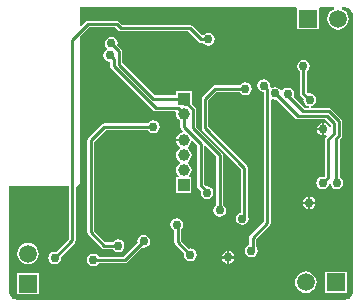
<source format=gbl>
G04*
G04 #@! TF.GenerationSoftware,Altium Limited,Altium Designer,18.0.9 (584)*
G04*
G04 Layer_Physical_Order=2*
G04 Layer_Color=16711680*
%FSLAX25Y25*%
%MOIN*%
G70*
G01*
G75*
%ADD12C,0.01000*%
%ADD50C,0.03937*%
%ADD51R,0.03937X0.03937*%
%ADD52C,0.05906*%
%ADD53R,0.05906X0.05906*%
%ADD54R,0.05906X0.05906*%
%ADD55C,0.03000*%
G36*
X213866Y198856D02*
X214407Y198633D01*
X214894Y198307D01*
X215307Y197894D01*
X215633Y197407D01*
X215857Y196867D01*
X215971Y196293D01*
Y196000D01*
Y104500D01*
Y104207D01*
X215857Y103633D01*
X215633Y103093D01*
X215307Y102606D01*
X214894Y102193D01*
X214407Y101867D01*
X213866Y101644D01*
X213293Y101529D01*
X103707D01*
X103133Y101644D01*
X102593Y101867D01*
X102106Y102193D01*
X101693Y102606D01*
X101367Y103093D01*
X101144Y103633D01*
X101029Y104207D01*
Y104500D01*
Y139270D01*
X121149D01*
Y121765D01*
X116853Y117469D01*
X116390Y117561D01*
X115571Y117398D01*
X114876Y116934D01*
X114412Y116239D01*
X114249Y115420D01*
X114412Y114601D01*
X114876Y113906D01*
X115571Y113442D01*
X116390Y113279D01*
X117209Y113442D01*
X117904Y113906D01*
X118368Y114601D01*
X118531Y115420D01*
X118439Y115883D01*
X123063Y120507D01*
X123063Y120507D01*
X123306Y120871D01*
X123392Y121300D01*
X123392Y121300D01*
Y138533D01*
X123620Y138960D01*
X123620Y138960D01*
X123620Y138960D01*
X124750Y140090D01*
Y189124D01*
X127895Y192269D01*
X136608D01*
X137619Y191257D01*
X137619Y191257D01*
X137983Y191014D01*
X138412Y190928D01*
X138412Y190928D01*
X160855D01*
X164297Y187487D01*
X164297Y187487D01*
X164661Y187244D01*
X165090Y187158D01*
X165090Y187158D01*
X165794D01*
X166056Y186766D01*
X166751Y186302D01*
X167570Y186139D01*
X168389Y186302D01*
X169084Y186766D01*
X169548Y187461D01*
X169711Y188280D01*
X169548Y189099D01*
X169084Y189794D01*
X168389Y190258D01*
X167570Y190421D01*
X166751Y190258D01*
X166056Y189794D01*
X165955Y189643D01*
X165361Y189595D01*
X162113Y192843D01*
X161749Y193086D01*
X161320Y193172D01*
X161320Y193172D01*
X138877D01*
X137865Y194183D01*
X137502Y194426D01*
X137072Y194512D01*
X137072Y194512D01*
X127430D01*
X127001Y194426D01*
X126637Y194183D01*
X126637Y194183D01*
X125212Y192758D01*
X124750Y192949D01*
Y198971D01*
X196868D01*
X197257Y198703D01*
X197257Y198471D01*
Y191597D01*
X204363D01*
Y198471D01*
X204363Y198703D01*
X204752Y198971D01*
X209443D01*
X209543Y198471D01*
X209018Y198253D01*
X208276Y197684D01*
X207707Y196942D01*
X207349Y196077D01*
X207227Y195150D01*
X207349Y194223D01*
X207707Y193358D01*
X208276Y192616D01*
X209018Y192047D01*
X209882Y191689D01*
X210810Y191567D01*
X211737Y191689D01*
X212602Y192047D01*
X213344Y192616D01*
X213913Y193358D01*
X214271Y194223D01*
X214393Y195150D01*
X214271Y196077D01*
X213913Y196942D01*
X213344Y197684D01*
X212602Y198253D01*
X212077Y198471D01*
X212176Y198971D01*
X213293Y198971D01*
X213866Y198856D01*
D02*
G37*
%LPC*%
G36*
X179920Y174041D02*
X179101Y173878D01*
X178406Y173414D01*
X178144Y173022D01*
X169840D01*
X169411Y172936D01*
X169047Y172693D01*
X169047Y172693D01*
X165707Y169353D01*
X165464Y168989D01*
X165378Y168560D01*
X165378Y168560D01*
Y158610D01*
X165378Y158610D01*
X165464Y158181D01*
X165707Y157817D01*
X178428Y145095D01*
Y130609D01*
X178121Y130548D01*
X177426Y130084D01*
X176962Y129389D01*
X176799Y128570D01*
X176962Y127751D01*
X177426Y127056D01*
X178121Y126592D01*
X178940Y126429D01*
X179759Y126592D01*
X180454Y127056D01*
X180918Y127751D01*
X181081Y128570D01*
X180918Y129389D01*
X180672Y129758D01*
Y145560D01*
X180672Y145560D01*
X180586Y145989D01*
X180343Y146353D01*
X180343Y146353D01*
X167622Y159075D01*
Y168095D01*
X170305Y170778D01*
X178144D01*
X178406Y170386D01*
X179101Y169922D01*
X179920Y169759D01*
X180739Y169922D01*
X181434Y170386D01*
X181898Y171081D01*
X182061Y171900D01*
X181898Y172719D01*
X181434Y173414D01*
X180739Y173878D01*
X179920Y174041D01*
D02*
G37*
G36*
X199310Y181511D02*
X198491Y181348D01*
X197796Y180884D01*
X197332Y180189D01*
X197169Y179370D01*
X197332Y178551D01*
X197796Y177856D01*
X198188Y177594D01*
Y170250D01*
X198188Y170250D01*
X198274Y169821D01*
X198517Y169457D01*
X199389Y168585D01*
X199299Y168130D01*
X199462Y167311D01*
X199926Y166616D01*
X200621Y166152D01*
X201175Y166042D01*
X201126Y165542D01*
X199665D01*
X196001Y169205D01*
X196038Y169261D01*
X196201Y170080D01*
X196038Y170899D01*
X195574Y171594D01*
X194879Y172058D01*
X194060Y172221D01*
X193241Y172058D01*
X192546Y171594D01*
X192283Y171200D01*
X192190Y171177D01*
X191704Y171235D01*
X191344Y171774D01*
X190649Y172238D01*
X189830Y172401D01*
X189011Y172238D01*
X188775Y172081D01*
X188200Y172298D01*
X188113Y172428D01*
X188211Y172920D01*
X188048Y173739D01*
X187584Y174434D01*
X186889Y174898D01*
X186070Y175061D01*
X185251Y174898D01*
X184556Y174434D01*
X184092Y173739D01*
X183929Y172920D01*
X184092Y172101D01*
X184556Y171406D01*
X185251Y170942D01*
X186070Y170779D01*
X186108Y170747D01*
Y169183D01*
X186108Y169183D01*
X186128Y169082D01*
Y127575D01*
X181547Y122993D01*
X181304Y122629D01*
X181218Y122200D01*
X181219Y122200D01*
Y119839D01*
X181085Y119813D01*
X180391Y119349D01*
X179927Y118654D01*
X179763Y117835D01*
X179927Y117015D01*
X180391Y116321D01*
X181085Y115857D01*
X181905Y115693D01*
X182724Y115857D01*
X183419Y116321D01*
X183883Y117015D01*
X184046Y117835D01*
X183883Y118654D01*
X183462Y119284D01*
Y121735D01*
X188043Y126317D01*
X188043Y126317D01*
X188286Y126681D01*
X188372Y127110D01*
X188372Y127110D01*
Y168178D01*
X188812Y168414D01*
X189011Y168282D01*
X189830Y168119D01*
X190376Y168228D01*
X196577Y162027D01*
X196577Y162027D01*
X196941Y161784D01*
X197370Y161698D01*
X197370Y161698D01*
X206593D01*
X208368Y159923D01*
Y159207D01*
X207868Y159158D01*
X207868Y159159D01*
X207404Y159854D01*
X206709Y160318D01*
X206290Y160402D01*
Y158340D01*
Y156278D01*
X206709Y156362D01*
X206711Y156363D01*
X207029Y155974D01*
X206797Y155742D01*
X206554Y155378D01*
X206468Y154949D01*
X206468Y154949D01*
Y142809D01*
X206086Y142470D01*
X205680Y142551D01*
X204861Y142388D01*
X204166Y141924D01*
X203702Y141229D01*
X203539Y140410D01*
X203702Y139591D01*
X204166Y138896D01*
X204861Y138432D01*
X205680Y138269D01*
X206499Y138432D01*
X207194Y138896D01*
X207658Y139591D01*
X207821Y140410D01*
X208296Y140432D01*
X208452Y139651D01*
X208916Y138956D01*
X209611Y138492D01*
X210430Y138329D01*
X211249Y138492D01*
X211944Y138956D01*
X212408Y139651D01*
X212571Y140470D01*
X212408Y141289D01*
X211944Y141984D01*
X211342Y142387D01*
Y154851D01*
X211883Y155393D01*
X211883Y155393D01*
X212126Y155757D01*
X212212Y156186D01*
X212211Y156186D01*
Y161050D01*
X212212Y161050D01*
X212126Y161479D01*
X211883Y161843D01*
X211883Y161843D01*
X208513Y165213D01*
X208150Y165456D01*
X207720Y165542D01*
X207720Y165542D01*
X201754D01*
X201705Y166042D01*
X202259Y166152D01*
X202954Y166616D01*
X203418Y167311D01*
X203581Y168130D01*
X203418Y168949D01*
X202954Y169644D01*
X202259Y170108D01*
X201440Y170271D01*
X200969Y170177D01*
X200431Y170715D01*
Y177594D01*
X200824Y177856D01*
X201288Y178551D01*
X201451Y179370D01*
X201288Y180189D01*
X200824Y180884D01*
X200129Y181348D01*
X199310Y181511D01*
D02*
G37*
G36*
X149250Y161281D02*
X148431Y161118D01*
X147736Y160654D01*
X147474Y160262D01*
X132910D01*
X132910Y160262D01*
X132481Y160176D01*
X132117Y159933D01*
X127577Y155393D01*
X127334Y155029D01*
X127248Y154600D01*
X127249Y154600D01*
Y123980D01*
X127248Y123980D01*
X127334Y123551D01*
X127577Y123187D01*
X132037Y118727D01*
X132037Y118727D01*
X132401Y118484D01*
X132830Y118398D01*
X135731D01*
X135993Y118006D01*
X136687Y117542D01*
X137507Y117379D01*
X138326Y117542D01*
X139021Y118006D01*
X139485Y118701D01*
X139648Y119520D01*
X139485Y120339D01*
X139021Y121034D01*
X138326Y121498D01*
X137507Y121661D01*
X136687Y121498D01*
X135993Y121034D01*
X135731Y120642D01*
X133295D01*
X129492Y124445D01*
Y154135D01*
X133375Y158019D01*
X147474D01*
X147736Y157626D01*
X148431Y157162D01*
X149250Y156999D01*
X150069Y157162D01*
X150764Y157626D01*
X151228Y158321D01*
X151391Y159140D01*
X151228Y159959D01*
X150764Y160654D01*
X150069Y161118D01*
X149250Y161281D01*
D02*
G37*
G36*
X205490Y160402D02*
X205071Y160318D01*
X204376Y159854D01*
X203912Y159159D01*
X203828Y158740D01*
X205490D01*
Y160402D01*
D02*
G37*
G36*
Y157940D02*
X203828D01*
X203912Y157521D01*
X204376Y156826D01*
X205071Y156362D01*
X205490Y156278D01*
Y157940D01*
D02*
G37*
G36*
X201640Y135882D02*
Y134220D01*
X203302D01*
X203218Y134639D01*
X202754Y135334D01*
X202059Y135798D01*
X201640Y135882D01*
D02*
G37*
G36*
X200840D02*
X200421Y135798D01*
X199726Y135334D01*
X199262Y134639D01*
X199178Y134220D01*
X200840D01*
Y135882D01*
D02*
G37*
G36*
X203302Y133420D02*
X201640D01*
Y131758D01*
X202059Y131842D01*
X202754Y132306D01*
X203218Y133001D01*
X203302Y133420D01*
D02*
G37*
G36*
X200840D02*
X199178D01*
X199262Y133001D01*
X199726Y132306D01*
X200421Y131842D01*
X200840Y131758D01*
Y133420D01*
D02*
G37*
G36*
X135230Y189171D02*
X134411Y189008D01*
X133716Y188544D01*
X133252Y187849D01*
X133089Y187030D01*
X133252Y186211D01*
X133716Y185516D01*
X133856Y185422D01*
X133771Y184878D01*
X133196Y184494D01*
X132732Y183799D01*
X132569Y182980D01*
X132732Y182161D01*
X133196Y181466D01*
X133891Y181002D01*
X134710Y180839D01*
X134869Y180709D01*
Y179510D01*
X134868Y179510D01*
X134954Y179081D01*
X135197Y178717D01*
X149235Y164679D01*
X149235Y164678D01*
X149599Y164435D01*
X150029Y164350D01*
X150029Y164350D01*
X156465D01*
X156870Y163850D01*
X156829Y163540D01*
X156918Y162870D01*
X157176Y162245D01*
X157588Y161708D01*
X158125Y161296D01*
X158299Y161224D01*
Y159070D01*
X158298Y159070D01*
X158384Y158640D01*
X158627Y158276D01*
X159098Y157805D01*
X158919Y157277D01*
X158730Y157252D01*
X158105Y156994D01*
X157568Y156582D01*
X157156Y156045D01*
X156898Y155420D01*
X156862Y155150D01*
X159400D01*
Y154350D01*
X156862D01*
X156898Y154079D01*
X157156Y153455D01*
X157568Y152918D01*
X158081Y152525D01*
X158120Y152255D01*
Y152245D01*
X158081Y151975D01*
X157568Y151582D01*
X157156Y151045D01*
X156898Y150420D01*
X156809Y149750D01*
X156898Y149080D01*
X157156Y148455D01*
X157568Y147918D01*
X158081Y147525D01*
X158120Y147255D01*
Y147245D01*
X158081Y146975D01*
X157568Y146582D01*
X157156Y146045D01*
X156898Y145421D01*
X156809Y144750D01*
X156898Y144079D01*
X157156Y143455D01*
X157568Y142918D01*
X157698Y142818D01*
X157528Y142318D01*
X156832D01*
Y137181D01*
X161969D01*
Y142318D01*
X161272D01*
X161102Y142818D01*
X161232Y142918D01*
X161644Y143455D01*
X161902Y144079D01*
X161991Y144750D01*
X161902Y145421D01*
X161644Y146045D01*
X161232Y146582D01*
X160719Y146975D01*
X160680Y147245D01*
Y147255D01*
X160719Y147525D01*
X161232Y147918D01*
X161644Y148455D01*
X161902Y149080D01*
X161991Y149750D01*
X161902Y150420D01*
X161644Y151045D01*
X161232Y151582D01*
X160719Y151975D01*
X160680Y152245D01*
Y152255D01*
X160719Y152525D01*
X161232Y152918D01*
X161644Y153455D01*
X161902Y154079D01*
X161927Y154269D01*
X162455Y154448D01*
X163899Y153005D01*
Y139600D01*
X163898Y139600D01*
X163984Y139171D01*
X164227Y138807D01*
X165152Y137882D01*
X165019Y137210D01*
X165182Y136391D01*
X165646Y135696D01*
X166341Y135232D01*
X167160Y135069D01*
X167979Y135232D01*
X168674Y135696D01*
X169138Y136391D01*
X169301Y137210D01*
X169138Y138029D01*
X168674Y138724D01*
X167979Y139188D01*
X167160Y139351D01*
X166906Y139301D01*
X166142Y140065D01*
Y152779D01*
X166604Y152970D01*
X170288Y149285D01*
Y133096D01*
X169896Y132834D01*
X169432Y132139D01*
X169269Y131320D01*
X169432Y130501D01*
X169896Y129806D01*
X170591Y129342D01*
X171410Y129179D01*
X172229Y129342D01*
X172924Y129806D01*
X173388Y130501D01*
X173551Y131320D01*
X173388Y132139D01*
X172924Y132834D01*
X172531Y133096D01*
Y149750D01*
X172446Y150179D01*
X172203Y150543D01*
X172203Y150543D01*
X163610Y159136D01*
Y164811D01*
X163610Y164811D01*
X163525Y165240D01*
X163282Y165604D01*
X163282Y165604D01*
X161988Y166897D01*
Y171108D01*
X156851D01*
Y169662D01*
X149687D01*
X138972Y180377D01*
Y184410D01*
X138972Y184410D01*
X138886Y184839D01*
X138643Y185203D01*
X137279Y186567D01*
X137371Y187030D01*
X137208Y187849D01*
X136744Y188544D01*
X136049Y189008D01*
X135230Y189171D01*
D02*
G37*
G36*
X146050Y123201D02*
X145231Y123038D01*
X144536Y122574D01*
X144072Y121879D01*
X143909Y121060D01*
X144001Y120597D01*
X139305Y115902D01*
X131046D01*
X130784Y116294D01*
X130089Y116758D01*
X129270Y116921D01*
X128451Y116758D01*
X127756Y116294D01*
X127292Y115599D01*
X127129Y114780D01*
X127292Y113961D01*
X127756Y113266D01*
X128451Y112802D01*
X129270Y112639D01*
X130089Y112802D01*
X130784Y113266D01*
X131046Y113658D01*
X139770D01*
X139770Y113658D01*
X140199Y113744D01*
X140563Y113987D01*
X145587Y119011D01*
X146050Y118919D01*
X146869Y119082D01*
X147564Y119546D01*
X148028Y120241D01*
X148191Y121060D01*
X148028Y121879D01*
X147564Y122574D01*
X146869Y123038D01*
X146050Y123201D01*
D02*
G37*
G36*
X174620Y117702D02*
Y116040D01*
X176282D01*
X176198Y116459D01*
X175734Y117154D01*
X175039Y117618D01*
X174620Y117702D01*
D02*
G37*
G36*
X173820D02*
X173401Y117618D01*
X172706Y117154D01*
X172242Y116459D01*
X172158Y116040D01*
X173820D01*
Y117702D01*
D02*
G37*
G36*
X157016Y128715D02*
X156197Y128552D01*
X155502Y128088D01*
X155038Y127393D01*
X154875Y126574D01*
X155038Y125754D01*
X155502Y125060D01*
X156197Y124595D01*
X156258Y124583D01*
Y120750D01*
X156258Y120750D01*
X156344Y120321D01*
X156587Y119957D01*
X159541Y117003D01*
X159449Y116540D01*
X159612Y115721D01*
X160076Y115026D01*
X160771Y114562D01*
X161590Y114399D01*
X162409Y114562D01*
X163104Y115026D01*
X163568Y115721D01*
X163731Y116540D01*
X163568Y117359D01*
X163104Y118054D01*
X162409Y118518D01*
X161590Y118681D01*
X161127Y118589D01*
X158502Y121215D01*
Y125040D01*
X158530Y125060D01*
X158995Y125754D01*
X159158Y126574D01*
X158995Y127393D01*
X158530Y128088D01*
X157836Y128552D01*
X157016Y128715D01*
D02*
G37*
G36*
X176282Y115240D02*
X174620D01*
Y113578D01*
X175039Y113662D01*
X175734Y114126D01*
X176198Y114821D01*
X176282Y115240D01*
D02*
G37*
G36*
X173820D02*
X172158D01*
X172242Y114821D01*
X172706Y114126D01*
X173401Y113662D01*
X173820Y113578D01*
Y115240D01*
D02*
G37*
G36*
X107520Y120433D02*
X106593Y120311D01*
X105728Y119953D01*
X104986Y119384D01*
X104417Y118642D01*
X104059Y117777D01*
X103937Y116850D01*
X104059Y115923D01*
X104417Y115058D01*
X104986Y114316D01*
X105728Y113747D01*
X106593Y113389D01*
X107520Y113267D01*
X108448Y113389D01*
X109312Y113747D01*
X110054Y114316D01*
X110623Y115058D01*
X110981Y115923D01*
X111103Y116850D01*
X110981Y117777D01*
X110623Y118642D01*
X110054Y119384D01*
X109312Y119953D01*
X108448Y120311D01*
X107520Y120433D01*
D02*
G37*
G36*
X213653Y110923D02*
X206547D01*
Y103817D01*
X213653D01*
Y110923D01*
D02*
G37*
G36*
X200100Y110953D02*
X199173Y110831D01*
X198308Y110473D01*
X197566Y109904D01*
X196997Y109162D01*
X196639Y108298D01*
X196517Y107370D01*
X196639Y106443D01*
X196997Y105578D01*
X197566Y104836D01*
X198308Y104267D01*
X199173Y103909D01*
X200100Y103787D01*
X201027Y103909D01*
X201892Y104267D01*
X202634Y104836D01*
X203203Y105578D01*
X203561Y106443D01*
X203683Y107370D01*
X203561Y108298D01*
X203203Y109162D01*
X202634Y109904D01*
X201892Y110473D01*
X201027Y110831D01*
X200100Y110953D01*
D02*
G37*
G36*
X111073Y110403D02*
X103967D01*
Y103297D01*
X111073D01*
Y110403D01*
D02*
G37*
%LPD*%
D12*
X128370Y123980D02*
X132830Y119520D01*
X137507D01*
X139770Y114780D02*
X146050Y121060D01*
X129270Y114780D02*
X139770D01*
X207720Y164420D02*
X211090Y161050D01*
X207058Y162820D02*
X209490Y160388D01*
Y156849D02*
Y160388D01*
X211090Y156186D02*
Y161050D01*
X210220Y155316D02*
X211090Y156186D01*
X210220Y140680D02*
Y155316D01*
X207590Y154949D02*
X209490Y156849D01*
X207590Y142290D02*
Y154949D01*
X199200Y164420D02*
X207720D01*
X205710Y140410D02*
X207590Y142290D01*
X201430Y168130D02*
X201440D01*
X199310Y170250D02*
X201430Y168130D01*
X197370Y162820D02*
X207058D01*
X194060Y169560D02*
X199200Y164420D01*
X189930Y170260D02*
X197370Y162820D01*
X182340Y118270D02*
Y122200D01*
X181905Y117835D02*
X182340Y118270D01*
Y122200D02*
X187250Y127110D01*
Y171357D02*
Y171740D01*
X187230Y171337D02*
X187250Y171357D01*
X187230Y169183D02*
Y171337D01*
Y169183D02*
X187250Y169163D01*
Y127110D02*
Y169163D01*
X186070Y172920D02*
X187250Y171740D01*
X189830Y170260D02*
X189930D01*
X169840Y171900D02*
X179920D01*
X166500Y168560D02*
X169840Y171900D01*
X194060Y169560D02*
Y170080D01*
X157380Y120750D02*
X161590Y116540D01*
X178940Y128570D02*
X179020D01*
X179550Y128040D01*
X205680Y140410D02*
X205710D01*
X179550Y128040D02*
Y145560D01*
X199310Y170250D02*
Y179370D01*
X159420Y166609D02*
X160691D01*
X210220Y140680D02*
X210430Y140470D01*
X166500Y158610D02*
X179550Y145560D01*
X171410Y131320D02*
Y149750D01*
X167160Y137210D02*
Y137460D01*
X162488Y158671D02*
X171410Y149750D01*
X159420Y159070D02*
X165020Y153470D01*
Y139600D02*
Y153470D01*
X116390Y115420D02*
X122270Y121300D01*
Y188230D01*
X157380Y120750D02*
Y126210D01*
X157016Y126574D02*
X157380Y126210D01*
X166500Y158610D02*
Y168560D01*
X137850Y179913D02*
X149223Y168540D01*
X135990Y179510D02*
X150029Y165471D01*
X137850Y179913D02*
Y184410D01*
X149223Y168540D02*
X159420D01*
X135990Y179510D02*
Y181700D01*
X150029Y165471D02*
X157489D01*
X132910Y159140D02*
X149250D01*
X165090Y188280D02*
X167570D01*
X161320Y192050D02*
X165090Y188280D01*
X162488Y158671D02*
Y164811D01*
X159420Y159070D02*
Y163540D01*
X128370Y123980D02*
Y154600D01*
X132910Y159140D01*
X122270Y188230D02*
X127430Y193390D01*
X165020Y139600D02*
X167160Y137460D01*
X160691Y166609D02*
X162488Y164811D01*
X127430Y193390D02*
X137072D01*
X138412Y192050D01*
X134710Y182980D02*
X135990Y181700D01*
X135230Y187030D02*
X137850Y184410D01*
X138412Y192050D02*
X161320D01*
X159420Y166609D02*
Y168540D01*
X157489Y165471D02*
X159420Y163540D01*
D50*
X159400Y154750D02*
D03*
Y149750D02*
D03*
Y144750D02*
D03*
X159420Y163540D02*
D03*
D51*
X159400Y139750D02*
D03*
X159420Y168540D02*
D03*
D52*
X210810Y195150D02*
D03*
X200100Y107370D02*
D03*
X107520Y116850D02*
D03*
D53*
X200810Y195150D02*
D03*
X210100Y107370D02*
D03*
D54*
X107520Y106850D02*
D03*
D55*
X137507Y119520D02*
D03*
X146050Y121060D02*
D03*
X129270Y114780D02*
D03*
X174220Y115640D02*
D03*
X205890Y158340D02*
D03*
X201440Y168130D02*
D03*
X201240Y133820D02*
D03*
X181905Y117835D02*
D03*
X189830Y170260D02*
D03*
X186070Y172920D02*
D03*
X179920Y171900D02*
D03*
X194060Y170080D02*
D03*
X161590Y116540D02*
D03*
X178940Y128570D02*
D03*
X205680Y140410D02*
D03*
X199310Y179370D02*
D03*
X167160Y137210D02*
D03*
X210430Y140470D02*
D03*
X157016Y126574D02*
D03*
X171410Y131320D02*
D03*
X149250Y159140D02*
D03*
X167570Y188280D02*
D03*
X134710Y182980D02*
D03*
X135230Y187030D02*
D03*
X116390Y115420D02*
D03*
M02*

</source>
